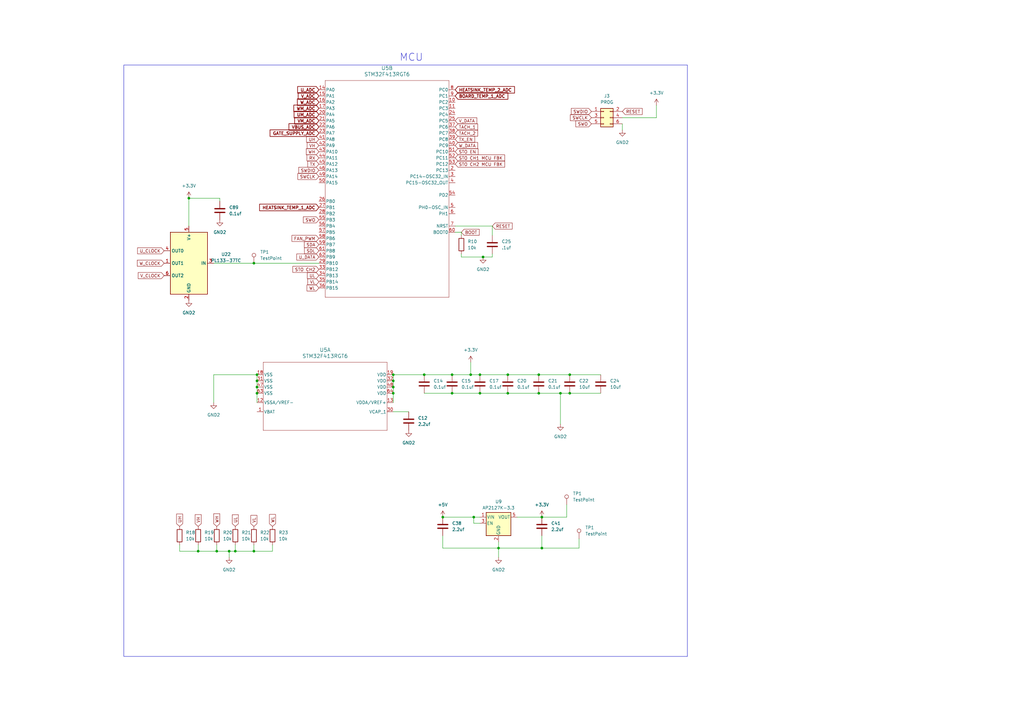
<source format=kicad_sch>
(kicad_sch (version 20230121) (generator eeschema)
  (paper "A3")
  (lib_symbols
    (symbol "2023-05-15_23-02-32:STM32F413RGT6" (pin_names (offset 0.254))
      (property "Reference" "U1" (at 31.75 -45.72 0))
      (property "Value" "STM32F413RGT6" (at 25.4 -49.53 0))
      (symbol "STM32F413RGT6_1_1"
        (polyline (pts (xy 7.62 -22.86) (xy 58.42 -22.86)) (stroke (width 0.127)))
        (polyline (pts (xy 7.62 5.08) (xy 7.62 -22.86)) (stroke (width 0.127)))
        (polyline (pts (xy 58.42 -22.86) (xy 58.42 5.08)) (stroke (width 0.127)))
        (polyline (pts (xy 58.42 5.08) (xy 7.62 5.08)) (stroke (width 0.127)))
        (pin power_in line (at 5.08 -15.24 0) (length 2.54) (name "VBAT") (number "1"))
        (pin power_in line (at 5.08 -11.43 0) (length 2.54) (name "VSSA/VREF-") (number "12"))
        (pin power_in line (at 60.96 -11.43 180) (length 2.54) (name "VDDA/VREF+") (number "13"))
        (pin power_in line (at 5.08 0 0) (length 2.54) (name "VSS") (number "18"))
        (pin power_in line (at 60.96 0 180) (length 2.54) (name "VDD") (number "19"))
        (pin power_in line (at 60.96 -15.24 180) (length 2.54) (name "VCAP_1") (number "30"))
        (pin power_in line (at 5.08 -2.54 0) (length 2.54) (name "VSS") (number "31"))
        (pin power_in line (at 60.96 -2.54 180) (length 2.54) (name "VDD") (number "32"))
        (pin power_in line (at 5.08 -5.08 0) (length 2.54) (name "VSS") (number "47"))
        (pin power_in line (at 60.96 -5.08 180) (length 2.54) (name "VDD") (number "48"))
        (pin power_in line (at 5.08 -7.62 0) (length 2.54) (name "VSS") (number "63"))
        (pin power_in line (at 60.96 -7.62 180) (length 2.54) (name "VDD") (number "64"))
      )
      (symbol "STM32F413RGT6_2_1"
        (polyline (pts (xy 7.62 -83.82) (xy 58.42 -83.82)) (stroke (width 0.127)))
        (polyline (pts (xy 7.62 5.08) (xy 7.62 -83.82)) (stroke (width 0.127)))
        (polyline (pts (xy 58.42 -83.82) (xy 58.42 5.08)) (stroke (width 0.127)))
        (polyline (pts (xy 58.42 5.08) (xy 7.62 5.08)) (stroke (width 0.127)))
        (pin bidirectional line (at 60.96 -3.81 180) (length 2.54) (name "PC2") (number "10"))
        (pin bidirectional line (at 60.96 -6.35 180) (length 2.54) (name "PC3") (number "11"))
        (pin bidirectional line (at 5.08 1.27 0) (length 2.54) (name "PA0") (number "14"))
        (pin bidirectional line (at 5.08 -1.27 0) (length 2.54) (name "PA1") (number "15"))
        (pin bidirectional line (at 5.08 -3.81 0) (length 2.54) (name "PA2") (number "16"))
        (pin bidirectional line (at 5.08 -6.35 0) (length 2.54) (name "PA3") (number "17"))
        (pin bidirectional line (at 60.96 -31.75 180) (length 2.54) (name "PC13") (number "2"))
        (pin bidirectional line (at 5.08 -8.89 0) (length 2.54) (name "PA4") (number "20"))
        (pin bidirectional line (at 5.08 -11.43 0) (length 2.54) (name "PA5") (number "21"))
        (pin bidirectional line (at 5.08 -13.97 0) (length 2.54) (name "PA6") (number "22"))
        (pin bidirectional line (at 5.08 -16.51 0) (length 2.54) (name "PA7") (number "23"))
        (pin bidirectional line (at 60.96 -8.89 180) (length 2.54) (name "PC4") (number "24"))
        (pin bidirectional line (at 60.96 -11.43 180) (length 2.54) (name "PC5") (number "25"))
        (pin bidirectional line (at 5.08 -44.45 0) (length 2.54) (name "PB0") (number "26"))
        (pin bidirectional line (at 5.08 -46.99 0) (length 2.54) (name "PB1") (number "27"))
        (pin bidirectional line (at 5.08 -49.53 0) (length 2.54) (name "PB2") (number "28"))
        (pin bidirectional line (at 5.08 -69.85 0) (length 2.54) (name "PB10") (number "29"))
        (pin bidirectional line (at 60.96 -34.29 180) (length 2.54) (name "PC14-OSC32_IN") (number "3"))
        (pin bidirectional line (at 5.08 -72.39 0) (length 2.54) (name "PB12") (number "33"))
        (pin bidirectional line (at 5.08 -74.93 0) (length 2.54) (name "PB13") (number "34"))
        (pin bidirectional line (at 5.08 -77.47 0) (length 2.54) (name "PB14") (number "35"))
        (pin bidirectional line (at 5.08 -80.01 0) (length 2.54) (name "PB15") (number "36"))
        (pin bidirectional line (at 60.96 -13.97 180) (length 2.54) (name "PC6") (number "37"))
        (pin bidirectional line (at 60.96 -16.51 180) (length 2.54) (name "PC7") (number "38"))
        (pin bidirectional line (at 60.96 -19.05 180) (length 2.54) (name "PC8") (number "39"))
        (pin bidirectional line (at 60.96 -36.83 180) (length 2.54) (name "PC15-OSC32_OUT") (number "4"))
        (pin bidirectional line (at 60.96 -21.59 180) (length 2.54) (name "PC9") (number "40"))
        (pin bidirectional line (at 5.08 -19.05 0) (length 2.54) (name "PA8") (number "41"))
        (pin bidirectional line (at 5.08 -21.59 0) (length 2.54) (name "PA9") (number "42"))
        (pin bidirectional line (at 5.08 -24.13 0) (length 2.54) (name "PA10") (number "43"))
        (pin bidirectional line (at 5.08 -26.67 0) (length 2.54) (name "PA11") (number "44"))
        (pin bidirectional line (at 5.08 -31.75 0) (length 2.54) (name "PA12") (number "45"))
        (pin bidirectional line (at 5.08 -29.21 0) (length 2.54) (name "PA12") (number "45"))
        (pin bidirectional line (at 5.08 -34.29 0) (length 2.54) (name "PA13") (number "46"))
        (pin bidirectional line (at 5.08 -36.83 0) (length 2.54) (name "PA14") (number "49"))
        (pin bidirectional line (at 60.96 -46.99 180) (length 2.54) (name "PH0-OSC_IN") (number "5"))
        (pin bidirectional line (at 5.08 -39.37 0) (length 2.54) (name "PA15") (number "50"))
        (pin bidirectional line (at 60.96 -24.13 180) (length 2.54) (name "PC10") (number "51"))
        (pin bidirectional line (at 60.96 -26.67 180) (length 2.54) (name "PC11") (number "52"))
        (pin bidirectional line (at 60.96 -29.21 180) (length 2.54) (name "PC12") (number "53"))
        (pin bidirectional line (at 60.96 -41.91 180) (length 2.54) (name "PD2") (number "54"))
        (pin bidirectional line (at 5.08 -52.07 0) (length 2.54) (name "PB3") (number "55"))
        (pin bidirectional line (at 5.08 -54.61 0) (length 2.54) (name "PB4") (number "56"))
        (pin bidirectional line (at 5.08 -57.15 0) (length 2.54) (name "PB5") (number "57"))
        (pin bidirectional line (at 5.08 -59.69 0) (length 2.54) (name "PB6") (number "58"))
        (pin bidirectional line (at 5.08 -62.23 0) (length 2.54) (name "PB7") (number "59"))
        (pin bidirectional line (at 60.96 -49.53 180) (length 2.54) (name "PH1") (number "6"))
        (pin input line (at 60.96 -57.15 180) (length 2.54) (name "BOOT0") (number "60"))
        (pin bidirectional line (at 5.08 -64.77 0) (length 2.54) (name "PB8") (number "61"))
        (pin bidirectional line (at 5.08 -67.31 0) (length 2.54) (name "PB9") (number "62"))
        (pin bidirectional line (at 60.96 -54.61 180) (length 2.54) (name "NRST") (number "7"))
        (pin bidirectional line (at 60.96 1.27 180) (length 2.54) (name "PC0") (number "8"))
        (pin bidirectional line (at 60.96 -1.27 180) (length 2.54) (name "PC1") (number "9"))
      )
    )
    (symbol "Connector:TestPoint" (pin_numbers hide) (pin_names (offset 0.762) hide)
      (property "Reference" "TP" (at 0 6.858 0))
      (property "Value" "TestPoint" (at 0 5.08 0))
      (symbol "TestPoint_0_1"
        (circle (center 0 3.302) (radius 0.762))
      )
      (symbol "TestPoint_1_1"
        (pin passive line (at 0 0 90) (length 2.54) (name "1") (number "1"))
      )
    )
    (symbol "Connector_Generic:Conn_02x03_Odd_Even" (pin_names (offset 1.016) hide)
      (property "Reference" "J" (at 1.27 5.08 0))
      (property "Value" "Conn_02x03_Odd_Even" (at 1.27 -5.08 0))
      (symbol "Conn_02x03_Odd_Even_1_1"
        (rectangle (start -1.27 -2.413) (end 0 -2.667) (stroke (width 0.1524)))
        (rectangle (start -1.27 0.127) (end 0 -0.127) (stroke (width 0.1524)))
        (rectangle (start -1.27 2.667) (end 0 2.413) (stroke (width 0.1524)))
        (rectangle (start -1.27 3.81) (end 3.81 -3.81) (stroke (width 0.254)) (fill (type background)))
        (rectangle (start 3.81 -2.413) (end 2.54 -2.667) (stroke (width 0.1524)))
        (rectangle (start 3.81 0.127) (end 2.54 -0.127) (stroke (width 0.1524)))
        (rectangle (start 3.81 2.667) (end 2.54 2.413) (stroke (width 0.1524)))
        (pin passive line (at -5.08 2.54 0) (length 3.81) (name "Pin_1") (number "1"))
        (pin passive line (at 7.62 2.54 180) (length 3.81) (name "Pin_2") (number "2"))
        (pin passive line (at -5.08 0 0) (length 3.81) (name "Pin_3") (number "3"))
        (pin passive line (at 7.62 0 180) (length 3.81) (name "Pin_4") (number "4"))
        (pin passive line (at -5.08 -2.54 0) (length 3.81) (name "Pin_5") (number "5"))
        (pin passive line (at 7.62 -2.54 180) (length 3.81) (name "Pin_6") (number "6"))
      )
    )
    (symbol "Device:C" (pin_numbers hide) (pin_names (offset 0.254))
      (property "Reference" "C" (at 0.635 2.54 0))
      (property "Value" "C" (at 0.635 -2.54 0))
      (symbol "C_0_1"
        (polyline (pts (xy -2.032 -0.762) (xy 2.032 -0.762)) (stroke (width 0.508)))
        (polyline (pts (xy -2.032 0.762) (xy 2.032 0.762)) (stroke (width 0.508)))
      )
      (symbol "C_1_1"
        (pin passive line (at 0 3.81 270) (length 2.794) (name "~") (number "1"))
        (pin passive line (at 0 -3.81 90) (length 2.794) (name "~") (number "2"))
      )
    )
    (symbol "Device:R" (pin_numbers hide) (pin_names (offset 0))
      (property "Reference" "R" (at 2.032 0 90))
      (property "Value" "R" (at 0 0 90))
      (symbol "R_0_1"
        (rectangle (start -1.016 -2.54) (end 1.016 2.54) (stroke (width 0.254)))
      )
      (symbol "R_1_1"
        (pin passive line (at 0 3.81 270) (length 1.27) (name "~") (number "1"))
        (pin passive line (at 0 -3.81 90) (length 1.27) (name "~") (number "2"))
      )
    )
    (symbol "PL133:PL133-37TC"
      (property "Reference" "U22" (at -15.24 -5.4961 0))
      (property "Value" "PL133-37TC" (at -15.24 -2.9561 0))
      (symbol "PL133-37TC_0_1"
        (rectangle (start -7.62 12.7) (end 7.62 -12.7) (stroke (width 0.254)) (fill (type background)))
      )
      (symbol "PL133-37TC_1_1"
        (pin output line (at 10.16 0 180) (length 2.54) (name "OUT1") (number "1"))
        (pin power_in line (at 0 -15.24 90) (length 2.54) (name "GND") (number "2"))
        (pin input line (at -10.16 0 0) (length 2.54) (name "IN") (number "3"))
        (pin output line (at 10.16 5.08 180) (length 2.54) (name "OUT0") (number "4"))
        (pin power_in line (at 0 15.24 270) (length 2.54) (name "V+") (number "5"))
        (pin output line (at 10.16 -5.08 180) (length 2.54) (name "OUT2") (number "6"))
      )
    )
    (symbol "Regulator_Linear:AP2127K-3.3" (pin_names (offset 0.254))
      (property "Reference" "U" (at -5.08 5.715 0))
      (property "Value" "AP2127K-3.3" (at 0 5.715 0))
      (symbol "AP2127K-3.3_0_1"
        (rectangle (start -5.08 4.445) (end 5.08 -5.08) (stroke (width 0.254)) (fill (type background)))
      )
      (symbol "AP2127K-3.3_1_1"
        (pin power_in line (at -7.62 2.54 0) (length 2.54) (name "VIN") (number "1"))
        (pin power_in line (at 0 -7.62 90) (length 2.54) (name "GND") (number "2"))
        (pin input line (at -7.62 0 0) (length 2.54) (name "EN") (number "3"))
        (pin no_connect line (at 5.08 0 180) (length 2.54) hide (name "NC") (number "4"))
        (pin power_out line (at 7.62 2.54 180) (length 2.54) (name "VOUT") (number "5"))
      )
    )
    (symbol "STM32F413RGT6_1" (pin_names (offset 0.254))
      (property "Reference" "U1" (at 63.5 -38.1 0))
      (property "Value" "STM32F413RGT6_1" (at 63.5 -41.91 0))
      (symbol "STM32F413RGT6_1_1_1"
        (polyline (pts (xy 7.62 -22.86) (xy 58.42 -22.86)) (stroke (width 0.127)))
        (polyline (pts (xy 7.62 5.08) (xy 7.62 -22.86)) (stroke (width 0.127)))
        (polyline (pts (xy 58.42 -22.86) (xy 58.42 5.08)) (stroke (width 0.127)))
        (polyline (pts (xy 58.42 5.08) (xy 7.62 5.08)) (stroke (width 0.127)))
        (pin power_in line (at 5.08 -15.24 0) (length 2.54) (name "VBAT") (number "1"))
        (pin power_in line (at 5.08 -11.43 0) (length 2.54) (name "VSSA/VREF-") (number "12"))
        (pin power_in line (at 60.96 -11.43 180) (length 2.54) (name "VDDA/VREF+") (number "13"))
        (pin power_in line (at 5.08 0 0) (length 2.54) (name "VSS") (number "18"))
        (pin power_in line (at 60.96 0 180) (length 2.54) (name "VDD") (number "19"))
        (pin power_in line (at 60.96 -15.24 180) (length 2.54) (name "VCAP_1") (number "30"))
        (pin power_in line (at 5.08 -2.54 0) (length 2.54) (name "VSS") (number "31"))
        (pin power_in line (at 60.96 -2.54 180) (length 2.54) (name "VDD") (number "32"))
        (pin power_in line (at 5.08 -5.08 0) (length 2.54) (name "VSS") (number "47"))
        (pin power_in line (at 60.96 -5.08 180) (length 2.54) (name "VDD") (number "48"))
        (pin power_in line (at 5.08 -7.62 0) (length 2.54) (name "VSS") (number "63"))
        (pin power_in line (at 60.96 -7.62 180) (length 2.54) (name "VDD") (number "64"))
      )
      (symbol "STM32F413RGT6_1_2_1"
        (polyline (pts (xy 7.62 -83.82) (xy 58.42 -83.82)) (stroke (width 0.127)))
        (polyline (pts (xy 7.62 5.08) (xy 7.62 -83.82)) (stroke (width 0.127)))
        (polyline (pts (xy 58.42 -83.82) (xy 58.42 5.08)) (stroke (width 0.127)))
        (polyline (pts (xy 58.42 5.08) (xy 7.62 5.08)) (stroke (width 0.127)))
        (pin bidirectional line (at 60.96 -3.81 180) (length 2.54) (name "PC2") (number "10"))
        (pin bidirectional line (at 60.96 -6.35 180) (length 2.54) (name "PC3") (number "11"))
        (pin bidirectional line (at 5.08 1.27 0) (length 2.54) (name "PA0") (number "14"))
        (pin bidirectional line (at 5.08 -1.27 0) (length 2.54) (name "PA1") (number "15"))
        (pin bidirectional line (at 5.08 -3.81 0) (length 2.54) (name "PA2") (number "16"))
        (pin bidirectional line (at 5.08 -6.35 0) (length 2.54) (name "PA3") (number "17"))
        (pin bidirectional line (at 60.96 -31.75 180) (length 2.54) (name "PC13") (number "2"))
        (pin bidirectional line (at 5.08 -8.89 0) (length 2.54) (name "PA4") (number "20"))
        (pin bidirectional line (at 5.08 -11.43 0) (length 2.54) (name "PA5") (number "21"))
        (pin bidirectional line (at 5.08 -13.97 0) (length 2.54) (name "PA6") (number "22"))
        (pin bidirectional line (at 5.08 -16.51 0) (length 2.54) (name "PA7") (number "23"))
        (pin bidirectional line (at 60.96 -8.89 180) (length 2.54) (name "PC4") (number "24"))
        (pin bidirectional line (at 60.96 -11.43 180) (length 2.54) (name "PC5") (number "25"))
        (pin bidirectional line (at 5.08 -44.45 0) (length 2.54) (name "PB0") (number "26"))
        (pin bidirectional line (at 5.08 -46.99 0) (length 2.54) (name "PB1") (number "27"))
        (pin bidirectional line (at 5.08 -49.53 0) (length 2.54) (name "PB2") (number "28"))
        (pin bidirectional line (at 5.08 -69.85 0) (length 2.54) (name "PB10") (number "29"))
        (pin bidirectional line (at 60.96 -34.29 180) (length 2.54) (name "PC14-OSC32_IN") (number "3"))
        (pin bidirectional line (at 5.08 -72.39 0) (length 2.54) (name "PB12") (number "33"))
        (pin bidirectional line (at 5.08 -74.93 0) (length 2.54) (name "PB13") (number "34"))
        (pin bidirectional line (at 5.08 -77.47 0) (length 2.54) (name "PB14") (number "35"))
        (pin bidirectional line (at 5.08 -80.01 0) (length 2.54) (name "PB15") (number "36"))
        (pin bidirectional line (at 60.96 -13.97 180) (length 2.54) (name "PC6") (number "37"))
        (pin bidirectional line (at 60.96 -16.51 180) (length 2.54) (name "PC7") (number "38"))
        (pin bidirectional line (at 60.96 -19.05 180) (length 2.54) (name "PC8") (number "39"))
        (pin bidirectional line (at 60.96 -36.83 180) (length 2.54) (name "PC15-OSC32_OUT") (number "4"))
        (pin bidirectional line (at 60.96 -21.59 180) (length 2.54) (name "PC9") (number "40"))
        (pin bidirectional line (at 5.08 -19.05 0) (length 2.54) (name "PA8") (number "41"))
        (pin bidirectional line (at 5.08 -21.59 0) (length 2.54) (name "PA9") (number "42"))
        (pin bidirectional line (at 5.08 -24.13 0) (length 2.54) (name "PA10") (number "43"))
        (pin bidirectional line (at 5.08 -26.67 0) (length 2.54) (name "PA11") (number "44"))
        (pin bidirectional line (at 5.08 -29.21 0) (length 2.54) (name "PA12") (number "45"))
        (pin bidirectional line (at 5.08 -31.75 0) (length 2.54) (name "PA13") (number "46"))
        (pin bidirectional line (at 5.08 -34.29 0) (length 2.54) (name "PA14") (number "49"))
        (pin bidirectional line (at 60.96 -46.99 180) (length 2.54) (name "PH0-OSC_IN") (number "5"))
        (pin bidirectional line (at 5.08 -36.83 0) (length 2.54) (name "PA15") (number "50"))
        (pin bidirectional line (at 60.96 -24.13 180) (length 2.54) (name "PC10") (number "51"))
        (pin bidirectional line (at 60.96 -26.67 180) (length 2.54) (name "PC11") (number "52"))
        (pin bidirectional line (at 60.96 -29.21 180) (length 2.54) (name "PC12") (number "53"))
        (pin bidirectional line (at 60.96 -41.91 180) (length 2.54) (name "PD2") (number "54"))
        (pin bidirectional line (at 5.08 -52.07 0) (length 2.54) (name "PB3") (number "55"))
        (pin bidirectional line (at 5.08 -54.61 0) (length 2.54) (name "PB4") (number "56"))
        (pin bidirectional line (at 5.08 -57.15 0) (length 2.54) (name "PB5") (number "57"))
        (pin bidirectional line (at 5.08 -59.69 0) (length 2.54) (name "PB6") (number "58"))
        (pin bidirectional line (at 5.08 -62.23 0) (length 2.54) (name "PB7") (number "59"))
        (pin bidirectional line (at 60.96 -49.53 180) (length 2.54) (name "PH1") (number "6"))
        (pin input line (at 60.96 -57.15 180) (length 2.54) (name "BOOT0") (number "60"))
        (pin bidirectional line (at 5.08 -64.77 0) (length 2.54) (name "PB8") (number "61"))
        (pin bidirectional line (at 5.08 -67.31 0) (length 2.54) (name "PB9") (number "62"))
        (pin bidirectional line (at 60.96 -54.61 180) (length 2.54) (name "NRST") (number "7"))
        (pin bidirectional line (at 60.96 1.27 180) (length 2.54) (name "PC0") (number "8"))
        (pin bidirectional line (at 60.96 -1.27 180) (length 2.54) (name "PC1") (number "9"))
      )
    )
    (symbol "power:+3.3V" (power) (pin_names (offset 0))
      (property "Value" "+3.3V" (at 0 3.556 0))
      (symbol "+3.3V_0_1"
        (polyline (pts (xy -0.762 1.27) (xy 0 2.54)))
        (polyline (pts (xy 0 0) (xy 0 2.54)))
        (polyline (pts (xy 0 2.54) (xy 0.762 1.27)))
      )
      (symbol "+3.3V_1_1"
        (pin power_in line (at 0 0 90) (length 0) hide (name "+3.3V") (number "1"))
      )
    )
    (symbol "power:+5V" (power) (pin_names (offset 0))
      (property "Value" "+5V" (at 0 3.556 0))
      (symbol "+5V_0_1"
        (polyline (pts (xy -0.762 1.27) (xy 0 2.54)))
        (polyline (pts (xy 0 0) (xy 0 2.54)))
        (polyline (pts (xy 0 2.54) (xy 0.762 1.27)))
      )
      (symbol "+5V_1_1"
        (pin power_in line (at 0 0 90) (length 0) hide (name "+5V") (number "1"))
      )
    )
    (symbol "power:GND2" (power) (pin_names (offset 0))
      (property "Value" "GND2" (at 0 -3.81 0))
      (symbol "GND2_0_1"
        (polyline (pts (xy 0 0) (xy 0 -1.27) (xy 1.27 -1.27) (xy 0 -2.54) (xy -1.27 -1.27) (xy 0 -1.27)))
      )
      (symbol "GND2_1_1"
        (pin power_in line (at 0 0 270) (length 0) hide (name "GND2") (number "1"))
      )
    )
  )
  (junction (at 81.28 226.06))
  (junction (at 161.29 153.67))
  (junction (at 220.98 161.29))
  (junction (at 96.52 226.06))
  (junction (at 104.14 226.06))
  (junction (at 220.98 153.67))
  (junction (at 208.28 161.29))
  (junction (at 173.99 153.67))
  (junction (at 233.68 161.29))
  (junction (at 194.31 212.09))
  (junction (at 229.87 161.29))
  (junction (at 185.42 161.29))
  (junction (at 105.41 153.67))
  (junction (at 105.41 158.75))
  (junction (at 161.29 161.29))
  (junction (at 104.14 107.95))
  (junction (at 193.04 153.67))
  (junction (at 204.47 224.79))
  (junction (at 105.41 156.21))
  (junction (at 233.68 153.67))
  (junction (at 161.29 156.21))
  (junction (at 161.29 158.75))
  (junction (at 196.85 153.67))
  (junction (at 181.61 212.09))
  (junction (at 93.98 226.06))
  (junction (at 77.47 81.28))
  (junction (at 105.41 161.29))
  (junction (at 208.28 153.67))
  (junction (at 185.42 153.67))
  (junction (at 88.9 226.06))
  (junction (at 196.85 161.29))
  (junction (at 222.25 212.09))
  (junction (at 198.12 105.41))
  (junction (at 222.25 224.79))
  (wire (pts (xy 196.85 214.63) (xy 194.31 214.63)))
  (wire (pts (xy 88.9 226.06) (xy 93.98 226.06)))
  (wire (pts (xy 90.17 81.28) (xy 90.17 82.55)))
  (wire (pts (xy 222.25 224.79) (xy 204.47 224.79)))
  (wire (pts (xy 204.47 222.25) (xy 204.47 224.79)))
  (wire (pts (xy 93.98 226.06) (xy 93.98 228.6)))
  (wire (pts (xy 194.31 212.09) (xy 196.85 212.09)))
  (wire (pts (xy 194.31 214.63) (xy 194.31 212.09)))
  (wire (pts (xy 233.68 161.29) (xy 246.38 161.29)))
  (wire (pts (xy 111.76 226.06) (xy 111.76 223.52)))
  (wire (pts (xy 104.14 107.95) (xy 130.81 107.95)))
  (wire (pts (xy 161.29 156.21) (xy 161.29 158.75)))
  (wire (pts (xy 161.29 168.91) (xy 167.64 168.91)))
  (wire (pts (xy 201.93 92.71) (xy 186.69 92.71)))
  (wire (pts (xy 201.93 104.14) (xy 201.93 105.41)))
  (wire (pts (xy 237.49 220.98) (xy 237.49 224.79)))
  (wire (pts (xy 208.28 153.67) (xy 220.98 153.67)))
  (wire (pts (xy 96.52 226.06) (xy 104.14 226.06)))
  (wire (pts (xy 201.93 92.71) (xy 201.93 96.52)))
  (wire (pts (xy 220.98 161.29) (xy 229.87 161.29)))
  (wire (pts (xy 77.47 81.28) (xy 90.17 81.28)))
  (wire (pts (xy 269.24 43.18) (xy 269.24 48.26)))
  (wire (pts (xy 77.47 81.28) (xy 77.47 92.71)))
  (wire (pts (xy 269.24 48.26) (xy 255.27 48.26)))
  (wire (pts (xy 81.28 223.52) (xy 81.28 226.06)))
  (wire (pts (xy 222.25 219.71) (xy 222.25 224.79)))
  (wire (pts (xy 185.42 153.67) (xy 173.99 153.67)))
  (wire (pts (xy 232.41 212.09) (xy 222.25 212.09)))
  (wire (pts (xy 105.41 153.67) (xy 105.41 156.21)))
  (wire (pts (xy 233.68 153.67) (xy 246.38 153.67)))
  (wire (pts (xy 173.99 161.29) (xy 185.42 161.29)))
  (wire (pts (xy 189.23 95.25) (xy 189.23 96.52)))
  (wire (pts (xy 212.09 212.09) (xy 222.25 212.09)))
  (wire (pts (xy 232.41 207.01) (xy 232.41 212.09)))
  (wire (pts (xy 161.29 161.29) (xy 161.29 165.1)))
  (wire (pts (xy 186.69 95.25) (xy 189.23 95.25)))
  (wire (pts (xy 104.14 223.52) (xy 104.14 226.06)))
  (wire (pts (xy 196.85 153.67) (xy 208.28 153.67)))
  (wire (pts (xy 193.04 153.67) (xy 196.85 153.67)))
  (wire (pts (xy 161.29 153.67) (xy 161.29 156.21)))
  (wire (pts (xy 73.66 223.52) (xy 73.66 226.06)))
  (wire (pts (xy 237.49 224.79) (xy 222.25 224.79)))
  (wire (pts (xy 181.61 212.09) (xy 194.31 212.09)))
  (wire (pts (xy 87.63 165.1) (xy 87.63 153.67)))
  (wire (pts (xy 81.28 226.06) (xy 88.9 226.06)))
  (wire (pts (xy 105.41 156.21) (xy 105.41 158.75)))
  (wire (pts (xy 189.23 104.14) (xy 189.23 105.41)))
  (wire (pts (xy 73.66 226.06) (xy 81.28 226.06)))
  (wire (pts (xy 204.47 224.79) (xy 204.47 228.6)))
  (wire (pts (xy 173.99 153.67) (xy 161.29 153.67)))
  (wire (pts (xy 196.85 161.29) (xy 208.28 161.29)))
  (wire (pts (xy 201.93 105.41) (xy 198.12 105.41)))
  (wire (pts (xy 105.41 158.75) (xy 105.41 161.29)))
  (wire (pts (xy 181.61 219.71) (xy 181.61 224.79)))
  (wire (pts (xy 88.9 223.52) (xy 88.9 226.06)))
  (wire (pts (xy 181.61 224.79) (xy 204.47 224.79)))
  (wire (pts (xy 87.63 107.95) (xy 104.14 107.95)))
  (wire (pts (xy 104.14 226.06) (xy 111.76 226.06)))
  (wire (pts (xy 193.04 148.59) (xy 193.04 153.67)))
  (wire (pts (xy 229.87 161.29) (xy 229.87 173.99)))
  (wire (pts (xy 96.52 223.52) (xy 96.52 226.06)))
  (wire (pts (xy 93.98 226.06) (xy 96.52 226.06)))
  (wire (pts (xy 105.41 161.29) (xy 105.41 165.1)))
  (wire (pts (xy 255.27 50.8) (xy 255.27 53.34)))
  (wire (pts (xy 87.63 153.67) (xy 105.41 153.67)))
  (wire (pts (xy 229.87 161.29) (xy 233.68 161.29)))
  (wire (pts (xy 189.23 105.41) (xy 198.12 105.41)))
  (wire (pts (xy 220.98 153.67) (xy 233.68 153.67)))
  (wire (pts (xy 185.42 161.29) (xy 196.85 161.29)))
  (wire (pts (xy 193.04 153.67) (xy 185.42 153.67)))
  (wire (pts (xy 208.28 161.29) (xy 220.98 161.29)))
  (wire (pts (xy 161.29 158.75) (xy 161.29 161.29)))
  (rectangle (start 50.8 26.67) (end 281.94 269.24))
  (text "MCU" (at 163.83 25.4 0) (effects (font (size 3 3)) (justify left bottom)))
  (global_label "HEATSINK_TEMP_1_ADC" (shape input) (at 130.81 85.09 180) (effects (font bold)) (property "Intersheetrefs" "${INTERSHEET_REFS}" (effects hide)))
  (global_label "VL" (shape input) (at 130.81 115.57 180) (property "Intersheetrefs" "${INTERSHEET_REFS}" (effects hide)))
  (global_label "W_CLOCK" (shape input) (at 67.31 107.95 180) (property "Intersheetrefs" "${INTERSHEET_REFS}" (effects hide)))
  (global_label "FAN_PWM" (shape input) (at 130.81 97.79 180) (property "Intersheetrefs" "${INTERSHEET_REFS}" (effects hide)))
  (global_label "W_ADC" (shape input) (at 130.81 41.91 180) (effects (font bold)) (property "Intersheetrefs" "${INTERSHEET_REFS}" (effects hide)))
  (global_label "VBUS_ADC" (shape input) (at 130.81 52.07 180) (effects (font bold)) (property "Intersheetrefs" "${INTERSHEET_REFS}" (effects hide)))
  (global_label "UH" (shape input) (at 130.81 57.15 180) (property "Intersheetrefs" "${INTERSHEET_REFS}" (effects hide)))
  (global_label "SDA" (shape input) (at 130.81 100.33 180) (property "Intersheetrefs" "${INTERSHEET_REFS}" (effects hide)))
  (global_label "WL" (shape input) (at 130.81 118.11 180) (property "Intersheetrefs" "${INTERSHEET_REFS}" (effects hide)))
  (global_label "STO CH2 MCU FBK" (shape input) (at 186.69 67.31 0) (property "Intersheetrefs" "${INTERSHEET_REFS}" (effects hide)))
  (global_label "VH" (shape input) (at 81.28 215.9 90) (property "Intersheetrefs" "${INTERSHEET_REFS}" (effects hide)))
  (global_label "HEATSINK_TEMP_2_ADC" (shape input) (at 186.69 36.83 0) (effects (font bold)) (property "Intersheetrefs" "${INTERSHEET_REFS}" (effects hide)))
  (global_label "RX" (shape input) (at 130.81 64.77 180) (property "Intersheetrefs" "${INTERSHEET_REFS}" (effects hide)))
  (global_label "SDL" (shape input) (at 130.81 102.87 180) (property "Intersheetrefs" "${INTERSHEET_REFS}" (effects hide)))
  (global_label "TACH_1" (shape input) (at 186.69 52.07 0) (property "Intersheetrefs" "${INTERSHEET_REFS}" (effects hide)))
  (global_label "VM_ADC" (shape input) (at 130.81 49.53 180) (effects (font bold)) (property "Intersheetrefs" "${INTERSHEET_REFS}" (effects hide)))
  (global_label "STO CH2" (shape input) (at 130.81 110.49 180) (property "Intersheetrefs" "${INTERSHEET_REFS}" (effects hide)))
  (global_label "U_DATA" (shape input) (at 130.81 105.41 180) (property "Intersheetrefs" "${INTERSHEET_REFS}" (effects hide)))
  (global_label "SWCLK" (shape input) (at 130.81 72.39 180) (property "Intersheetrefs" "${INTERSHEET_REFS}" (effects hide)))
  (global_label "RESET" (shape input) (at 201.93 92.71 0) (property "Intersheetrefs" "${INTERSHEET_REFS}" (effects hide)))
  (global_label "WH" (shape input) (at 88.9 215.9 90) (property "Intersheetrefs" "${INTERSHEET_REFS}" (effects hide)))
  (global_label "BOOT" (shape input) (at 189.23 95.25 0) (property "Intersheetrefs" "${INTERSHEET_REFS}" (effects hide)))
  (global_label "WH" (shape input) (at 130.81 62.23 180) (property "Intersheetrefs" "${INTERSHEET_REFS}" (effects hide)))
  (global_label "WL" (shape input) (at 111.76 215.9 90) (property "Intersheetrefs" "${INTERSHEET_REFS}" (effects hide)))
  (global_label "UL" (shape input) (at 130.81 113.03 180) (property "Intersheetrefs" "${INTERSHEET_REFS}" (effects hide)))
  (global_label "SWDIO" (shape input) (at 242.57 45.72 180) (property "Intersheetrefs" "${INTERSHEET_REFS}" (effects hide)))
  (global_label "UL" (shape input) (at 96.52 215.9 90) (property "Intersheetrefs" "${INTERSHEET_REFS}" (effects hide)))
  (global_label "SWCLK" (shape input) (at 242.57 48.26 180) (property "Intersheetrefs" "${INTERSHEET_REFS}" (effects hide)))
  (global_label "UM_ADC" (shape input) (at 130.81 46.99 180) (effects (font bold)) (property "Intersheetrefs" "${INTERSHEET_REFS}" (effects hide)))
  (global_label "GATE_SUPPLY_ADC" (shape input) (at 130.81 54.61 180) (effects (font bold)) (property "Intersheetrefs" "${INTERSHEET_REFS}" (effects hide)))
  (global_label "STO EN" (shape input) (at 186.69 62.23 0) (property "Intersheetrefs" "${INTERSHEET_REFS}" (effects hide)))
  (global_label "V_ADC" (shape input) (at 130.81 39.37 180) (effects (font bold)) (property "Intersheetrefs" "${INTERSHEET_REFS}" (effects hide)))
  (global_label "TACH_2" (shape input) (at 186.69 54.61 0) (property "Intersheetrefs" "${INTERSHEET_REFS}" (effects hide)))
  (global_label "U_ADC" (shape input) (at 130.81 36.83 180) (effects (font bold)) (property "Intersheetrefs" "${INTERSHEET_REFS}" (effects hide)))
  (global_label "U_CLOCK" (shape input) (at 67.31 102.87 180) (property "Intersheetrefs" "${INTERSHEET_REFS}" (effects hide)))
  (global_label "W_DATA" (shape input) (at 186.69 59.69 0) (property "Intersheetrefs" "${INTERSHEET_REFS}" (effects hide)))
  (global_label "SWO" (shape input) (at 242.57 50.8 180) (property "Intersheetrefs" "${INTERSHEET_REFS}" (effects hide)))
  (global_label "SWO" (shape input) (at 130.81 90.17 180) (property "Intersheetrefs" "${INTERSHEET_REFS}" (effects hide)))
  (global_label "VH" (shape input) (at 130.81 59.69 180) (property "Intersheetrefs" "${INTERSHEET_REFS}" (effects hide)))
  (global_label "UH" (shape input) (at 73.66 215.9 90) (property "Intersheetrefs" "${INTERSHEET_REFS}" (effects hide)))
  (global_label "SWDIO" (shape input) (at 130.81 69.85 180) (property "Intersheetrefs" "${INTERSHEET_REFS}" (effects hide)))
  (global_label "TX_EN" (shape input) (at 186.69 57.15 0) (property "Intersheetrefs" "${INTERSHEET_REFS}" (effects hide)))
  (global_label "WM_ADC" (shape input) (at 130.81 44.45 180) (effects (font bold)) (property "Intersheetrefs" "${INTERSHEET_REFS}" (effects hide)))
  (global_label "V_CLOCK" (shape input) (at 67.31 113.03 180) (property "Intersheetrefs" "${INTERSHEET_REFS}" (effects hide)))
  (global_label "V_DATA" (shape input) (at 186.69 49.53 0) (property "Intersheetrefs" "${INTERSHEET_REFS}" (effects hide)))
  (global_label "RESET" (shape input) (at 255.27 45.72 0) (property "Intersheetrefs" "${INTERSHEET_REFS}" (effects hide)))
  (global_label "VL" (shape input) (at 104.14 215.9 90) (property "Intersheetrefs" "${INTERSHEET_REFS}" (effects hide)))
  (global_label "BOARD_TEMP_1_ADC" (shape input) (at 186.69 39.37 0) (effects (font bold)) (property "Intersheetrefs" "${INTERSHEET_REFS}" (effects hide)))
  (global_label "STO CH1 MCU FBK" (shape input) (at 186.69 64.77 0) (property "Intersheetrefs" "${INTERSHEET_REFS}" (effects hide)))
  (global_label "TX" (shape input) (at 130.81 67.31 180) (property "Intersheetrefs" "${INTERSHEET_REFS}" (effects hide)))
  (symbol (lib_id "power:GND2") (at 77.47 123.19 0) (unit 1)
    (property "Reference" "#PWR0135" (effects hide))
    (property "Value" "GND2" (at 77.47 128.27 0))
    (instances (project "HV servo drive v1" (path "" (reference "#PWR0135") (unit 1)) (path "" (reference "#PWR031") (unit 1))))
  )
  (symbol (lib_id "Device:C") (at 222.25 215.9 0) (unit 1)
    (property "Reference" "C41" (at 226.06 214.63 0) (effects (justify left)))
    (property "Value" "2.2uf" (at 226.06 217.17 0) (effects (justify left)))
    (property "Footprint" "Capacitor_SMD:C_0603_1608Metric" (effects hide))
    (instances (project "HV servo drive v1" (path "" (reference "C41") (unit 1)) (path "" (reference "C38") (unit 1))))
  )
  (symbol (lib_id "Connector:TestPoint") (at 232.41 207.01 0) (unit 1)
    (property "Reference" "TP1" (at 234.95 202.438 0) (effects (justify left)))
    (property "Value" "TestPoint" (at 234.95 204.978 0) (effects (justify left)))
    (property "Footprint" "footprints:TestPoint_Pad_3.1x1.6mm" (effects hide))
    (instances (project "HV servo drive v1" (path "" (reference "TP1") (unit 1)) (path "" (reference "TP22") (unit 1))))
  )
  (symbol (lib_id "Connector:TestPoint") (at 104.14 107.95 0) (unit 1)
    (property "Reference" "TP1" (at 106.68 103.378 0) (effects (justify left)))
    (property "Value" "TestPoint" (at 106.68 105.918 0) (effects (justify left)))
    (property "Footprint" "footprints:TestPoint_Pad_3.1x1.6mm" (effects hide))
  )
  (symbol (lib_id "power:GND2") (at 167.64 176.53 0) (unit 1)
    (property "Reference" "#PWR034" (effects hide))
    (property "Value" "GND2" (at 167.64 181.61 0))
    (instances (project "HV servo drive v1" (path "" (reference "#PWR034") (unit 1)) (path "" (reference "#PWR038") (unit 1))))
  )
  (symbol (lib_id "Device:C") (at 167.64 172.72 0) (unit 1)
    (property "Reference" "C12" (at 171.45 171.45 0) (effects (justify left)))
    (property "Value" "2.2uf" (at 171.45 173.99 0) (effects (justify left)))
    (property "Footprint" "Capacitor_SMD:C_0603_1608Metric" (effects hide))
    (instances (project "HV servo drive v1" (path "" (reference "C12") (unit 1)) (path "" (reference "C14") (unit 1))))
  )
  (symbol (lib_id "Regulator_Linear:AP2127K-3.3") (at 204.47 214.63 0) (unit 1)
    (property "Reference" "U9" (at 204.47 205.74 0))
    (property "Value" "AP2127K-3.3" (at 204.47 208.28 0))
    (property "Footprint" "Package_TO_SOT_SMD:SOT-23-5" (effects hide))
    (property "Datasheet" "https://www.diodes.com/assets/Datasheets/AP2127.pdf" (effects hide))
    (instances (project "HV servo drive v1" (path "" (reference "U9") (unit 1)) (path "" (reference "U22") (unit 1))))
  )
  (symbol (lib_id "Device:C") (at 90.17 86.36 0) (unit 1)
    (property "Reference" "C89" (at 93.98 85.09 0) (effects (justify left)))
    (property "Value" "0.1uf" (at 93.98 87.63 0) (effects (justify left)))
    (property "Footprint" "Capacitor_SMD:C_0603_1608Metric" (effects hide))
    (instances (project "HV servo drive v1" (path "" (reference "C89") (unit 1)) (path "" (reference "C12") (unit 1))))
  )
  (symbol (lib_id "Device:R") (at 73.66 219.71 0) (unit 1)
    (property "Reference" "R18" (at 76.2 218.44 0) (effects (justify left)))
    (property "Value" "10k" (at 76.2 220.98 0) (effects (justify left)))
    (property "Footprint" "Resistor_SMD:R_0603_1608Metric" (effects hide))
    (instances (project "HV servo drive v1" (path "" (reference "R18") (unit 1)) (path "" (reference "R10") (unit 1))))
  )
  (symbol (lib_id "Device:C") (at 246.38 157.48 0) (unit 1)
    (property "Reference" "C24" (at 250.19 156.21 0) (effects (justify left)))
    (property "Value" "10uf" (at 250.19 158.75 0) (effects (justify left)))
    (property "Footprint" "Capacitor_SMD:C_0805_2012Metric" (effects hide))
    (instances (project "HV servo drive v1" (path "" (reference "C24") (unit 1)) (path "" (reference "C89") (unit 1))))
  )
  (symbol (lib_id "power:GND2") (at 255.27 53.34 0) (unit 1)
    (property "Reference" "#PWR031" (effects hide))
    (property "Value" "GND2" (at 255.27 58.42 0))
    (instances (project "HV servo drive v1" (path "" (reference "#PWR031") (unit 1)) (path "" (reference "#PWR0131") (unit 1))))
  )
  (symbol (lib_id "PL133:PL133-37TC") (at 77.47 107.95 0) (mirror y) (unit 1)
    (property "Reference" "U22" (at 92.71 104.3021 0))
    (property "Value" "PL133-37TC" (at 92.71 106.8421 0))
    (property "Footprint" "Package_TO_SOT_SMD:SOT-23-6" (effects hide))
    (instances (project "HV servo drive v1" (path "" (reference "U22") (unit 1)) (path "" (reference "U5") (unit 1))))
  )
  (symbol (lib_id "Device:C") (at 173.99 157.48 0) (unit 1)
    (property "Reference" "C14" (at 177.8 156.21 0) (effects (justify left)))
    (property "Value" "0.1uf" (at 177.8 158.75 0) (effects (justify left)))
    (property "Footprint" "Capacitor_SMD:C_0603_1608Metric" (effects hide))
    (instances (project "HV servo drive v1" (path "" (reference "C14") (unit 1)) (path "" (reference "C15") (unit 1))))
  )
  (symbol (lib_id "power:GND2") (at 229.87 173.99 0) (unit 1)
    (property "Reference" "#PWR038" (effects hide))
    (property "Value" "GND2" (at 229.87 179.07 0))
    (instances (project "HV servo drive v1" (path "" (reference "#PWR038") (unit 1)) (path "" (reference "#PWR0130") (unit 1))))
  )
  (symbol (lib_id "Connector:TestPoint") (at 237.49 220.98 0) (unit 1)
    (property "Reference" "TP1" (at 240.03 216.408 0) (effects (justify left)))
    (property "Value" "TestPoint" (at 240.03 218.948 0) (effects (justify left)))
    (property "Footprint" "footprints:TestPoint_Pad_3.1x1.6mm" (effects hide))
    (instances (project "HV servo drive v1" (path "" (reference "TP1") (unit 1)) (path "" (reference "TP21") (unit 1))))
  )
  (symbol (lib_id "2023-05-15_23-02-32:STM32F413RGT6") (at 100.33 153.67 0) (unit 1)
    (property "Reference" "U5" (at 133.35 143.51 0) (effects (font (size 1.524 1.524))))
    (property "Value" "STM32F413RGT6" (at 133.35 146.05 0) (effects (font (size 1.524 1.524))))
    (property "Footprint" "footprints:LQFP64-10x10mm" (effects hide))
    (property "Datasheet" "STM32F413RGT6" (effects hide))
    (instances (project "HV servo drive v1" (path "" (reference "U5") (unit 1)) (path "" (reference "U9") (unit 1))))
  )
  (symbol (lib_id "power:+3.3V") (at 222.25 212.09 0) (unit 1)
    (property "Reference" "#PWR076" (effects hide))
    (property "Value" "+3.3V" (at 222.25 207.01 0))
  )
  (symbol (lib_id "Device:C") (at 185.42 157.48 0) (unit 1)
    (property "Reference" "C15" (at 189.23 156.21 0) (effects (justify left)))
    (property "Value" "0.1uf" (at 189.23 158.75 0) (effects (justify left)))
    (property "Footprint" "Capacitor_SMD:C_0603_1608Metric" (effects hide))
    (instances (project "HV servo drive v1" (path "" (reference "C15") (unit 1)) (path "" (reference "C20") (unit 1))))
  )
  (symbol (lib_id "Device:C") (at 181.61 215.9 0) (unit 1)
    (property "Reference" "C38" (at 185.42 214.63 0) (effects (justify left)))
    (property "Value" "2.2uf" (at 185.42 217.17 0) (effects (justify left)))
    (property "Footprint" "Capacitor_SMD:C_0603_1608Metric" (effects hide))
    (instances (project "HV servo drive v1" (path "" (reference "C38") (unit 1)) (path "" (reference "C17") (unit 1))))
  )
  (symbol (lib_id "Device:C") (at 220.98 157.48 0) (unit 1)
    (property "Reference" "C21" (at 224.79 156.21 0) (effects (justify left)))
    (property "Value" "0.1uf" (at 224.79 158.75 0) (effects (justify left)))
    (property "Footprint" "Capacitor_SMD:C_0603_1608Metric" (effects hide))
    (instances (project "HV servo drive v1" (path "" (reference "C21") (unit 1)) (path "" (reference "C25") (unit 1))))
  )
  (symbol (lib_id "Device:R") (at 81.28 219.71 0) (unit 1)
    (property "Reference" "R19" (at 83.82 218.44 0) (effects (justify left)))
    (property "Value" "10k" (at 83.82 220.98 0) (effects (justify left)))
    (property "Footprint" "Resistor_SMD:R_0603_1608Metric" (effects hide))
    (instances (project "HV servo drive v1" (path "" (reference "R19") (unit 1)) (path "" (reference "R18") (unit 1))))
  )
  (symbol (lib_id "Device:R") (at 96.52 219.71 0) (unit 1)
    (property "Reference" "R21" (at 99.06 218.44 0) (effects (justify left)))
    (property "Value" "10k" (at 99.06 220.98 0) (effects (justify left)))
    (property "Footprint" "Resistor_SMD:R_0603_1608Metric" (effects hide))
    (instances (project "HV servo drive v1" (path "" (reference "R21") (unit 1)) (path "" (reference "R20") (unit 1))))
  )
  (symbol (lib_name "STM32F413RGT6_1") (lib_id "2023-05-15_23-02-32:STM32F413RGT6") (at 125.73 38.1 0) (unit 2)
    (property "Reference" "U5" (at 158.75 27.94 0) (effects (font (size 1.524 1.524))))
    (property "Value" "STM32F413RGT6" (at 158.75 30.48 0) (effects (font (size 1.524 1.524))))
    (property "Footprint" "footprints:LQFP64-10x10mm" (effects hide))
    (property "Datasheet" "STM32F413RGT6" (effects hide))
    (instances (project "HV servo drive v1" (path "" (reference "U5") (unit 2)) (path "" (reference "U9") (unit 2))))
  )
  (symbol (lib_id "Device:R") (at 189.23 100.33 0) (unit 1)
    (property "Reference" "R10" (at 191.77 99.06 0) (effects (justify left)))
    (property "Value" "10k" (at 191.77 101.6 0) (effects (justify left)))
    (property "Footprint" "Resistor_SMD:R_0603_1608Metric" (effects hide))
    (instances (project "HV servo drive v1" (path "" (reference "R10") (unit 1)) (path "" (reference "R23") (unit 1))))
  )
  (symbol (lib_id "power:+3.3V") (at 193.04 148.59 0) (unit 1)
    (property "Reference" "#PWR035" (effects hide))
    (property "Value" "+3.3V" (at 193.04 143.51 0))
    (instances (project "HV servo drive v1" (path "" (reference "#PWR035") (unit 1)) (path "" (reference "#PWR048") (unit 1))))
  )
  (symbol (lib_id "Device:R") (at 111.76 219.71 0) (unit 1)
    (property "Reference" "R23" (at 114.3 218.44 0) (effects (justify left)))
    (property "Value" "10k" (at 114.3 220.98 0) (effects (justify left)))
    (property "Footprint" "Resistor_SMD:R_0603_1608Metric" (effects hide))
    (instances (project "HV servo drive v1" (path "" (reference "R23") (unit 1)) (path "" (reference "R22") (unit 1))))
  )
  (symbol (lib_id "power:GND2") (at 93.98 228.6 0) (unit 1)
    (property "Reference" "#PWR048" (effects hide))
    (property "Value" "GND2" (at 93.98 233.68 0))
    (instances (project "HV servo drive v1" (path "" (reference "#PWR048") (unit 1)) (path "" (reference "#PWR035") (unit 1))))
  )
  (symbol (lib_id "Device:R") (at 88.9 219.71 0) (unit 1)
    (property "Reference" "R20" (at 91.44 218.44 0) (effects (justify left)))
    (property "Value" "10k" (at 91.44 220.98 0) (effects (justify left)))
    (property "Footprint" "Resistor_SMD:R_0603_1608Metric" (effects hide))
    (instances (project "HV servo drive v1" (path "" (reference "R20") (unit 1)) (path "" (reference "R19") (unit 1))))
  )
  (symbol (lib_id "power:+3.3V") (at 77.47 81.28 0) (unit 1)
    (property "Reference" "#PWR0136" (effects hide))
    (property "Value" "+3.3V" (at 77.47 76.2 0))
    (instances (project "HV servo drive v1" (path "" (reference "#PWR0136") (unit 1)) (path "" (reference "#PWR030") (unit 1))))
  )
  (symbol (lib_id "Device:C") (at 201.93 100.33 0) (unit 1)
    (property "Reference" "C25" (at 205.74 99.06 0) (effects (justify left)))
    (property "Value" ".1uf" (at 205.74 101.6 0) (effects (justify left)))
    (property "Footprint" "Capacitor_SMD:C_0603_1608Metric" (effects hide))
    (instances (project "HV servo drive v1" (path "" (reference "C25") (unit 1)) (path "" (reference "C22") (unit 1))))
  )
  (symbol (lib_id "Device:C") (at 208.28 157.48 0) (unit 1)
    (property "Reference" "C20" (at 212.09 156.21 0) (effects (justify left)))
    (property "Value" "0.1uf" (at 212.09 158.75 0) (effects (justify left)))
    (property "Footprint" "Capacitor_SMD:C_0603_1608Metric" (effects hide))
    (instances (project "HV servo drive v1" (path "" (reference "C20") (unit 1)) (path "" (reference "C24") (unit 1))))
  )
  (symbol (lib_id "Device:R") (at 104.14 219.71 0) (unit 1)
    (property "Reference" "R22" (at 106.68 218.44 0) (effects (justify left)))
    (property "Value" "10k" (at 106.68 220.98 0) (effects (justify left)))
    (property "Footprint" "Resistor_SMD:R_0603_1608Metric" (effects hide))
    (instances (project "HV servo drive v1" (path "" (reference "R22") (unit 1)) (path "" (reference "R21") (unit 1))))
  )
  (symbol (lib_id "Device:C") (at 196.85 157.48 0) (unit 1)
    (property "Reference" "C17" (at 200.66 156.21 0) (effects (justify left)))
    (property "Value" "0.1uf" (at 200.66 158.75 0) (effects (justify left)))
    (property "Footprint" "Capacitor_SMD:C_0603_1608Metric" (effects hide))
    (instances (project "HV servo drive v1" (path "" (reference "C17") (unit 1)) (path "" (reference "C21") (unit 1))))
  )
  (symbol (lib_id "power:GND2") (at 204.47 228.6 0) (unit 1)
    (property "Reference" "#PWR074" (effects hide))
    (property "Value" "GND2" (at 204.47 233.68 0))
    (instances (project "HV servo drive v1" (path "" (reference "#PWR074") (unit 1)) (path "" (reference "#PWR075") (unit 1))))
  )
  (symbol (lib_id "Device:C") (at 233.68 157.48 0) (unit 1)
    (property "Reference" "C22" (at 237.49 156.21 0) (effects (justify left)))
    (property "Value" "10uf" (at 237.49 158.75 0) (effects (justify left)))
    (property "Footprint" "Capacitor_SMD:C_0805_2012Metric" (effects hide))
    (instances (project "HV servo drive v1" (path "" (reference "C22") (unit 1)) (path "" (reference "C41") (unit 1))))
  )
  (symbol (lib_id "power:GND2") (at 198.12 105.41 0) (unit 1)
    (property "Reference" "#PWR043" (effects hide))
    (property "Value" "GND2" (at 198.12 110.49 0))
    (instances (project "HV servo drive v1" (path "" (reference "#PWR043") (unit 1)) (path "" (reference "#PWR074") (unit 1))))
  )
  (symbol (lib_id "power:GND2") (at 90.17 90.17 0) (unit 1)
    (property "Reference" "#PWR0137" (effects hide))
    (property "Value" "GND2" (at 90.17 95.25 0))
    (instances (project "HV servo drive v1" (path "" (reference "#PWR0137") (unit 1)) (path "" (reference "#PWR034") (unit 1))))
  )
  (symbol (lib_id "power:GND2") (at 87.63 165.1 0) (unit 1)
    (property "Reference" "#PWR030" (effects hide))
    (property "Value" "GND2" (at 87.63 170.18 0))
    (instances (project "HV servo drive v1" (path "" (reference "#PWR030") (unit 1)) (path "" (reference "#PWR032") (unit 1))))
  )
  (symbol (lib_id "power:+3.3V") (at 269.24 43.18 0) (unit 1)
    (property "Reference" "#PWR032" (effects hide))
    (property "Value" "+3.3V" (at 269.24 38.1 0))
    (instances (project "HV servo drive v1" (path "" (reference "#PWR032") (unit 1)) (path "" (reference "#PWR0132") (unit 1))))
  )
  (symbol (lib_id "power:+5V") (at 181.61 212.09 0) (unit 1)
    (property "Reference" "#PWR075" (effects hide))
    (property "Value" "+5V" (at 181.61 207.01 0))
    (instances (project "HV servo drive v1" (path "" (reference "#PWR075") (unit 1)) (path "" (reference "#PWR043") (unit 1))))
  )
  (symbol (lib_id "Connector_Generic:Conn_02x03_Odd_Even") (at 247.65 48.26 0) (unit 1)
    (property "Reference" "J3" (at 248.92 39.37 0))
    (property "Value" "PROG" (at 248.92 41.91 0))
    (property "Footprint" "Connector_PinHeader_2.54mm:PinHeader_2x03_P2.54mm_Vertical" (effects hide))
  )
)
</source>
